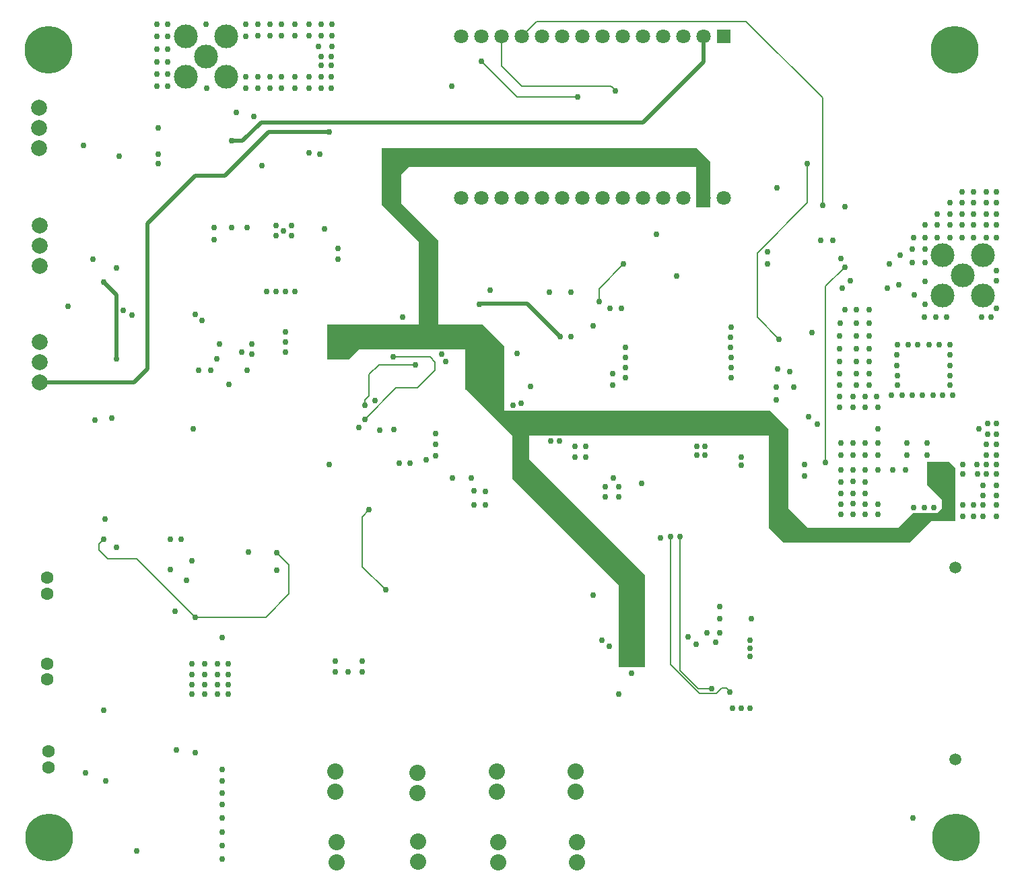
<source format=gbl>
G04*
G04 #@! TF.GenerationSoftware,Altium Limited,Altium Designer,20.1.7 (139)*
G04*
G04 Layer_Physical_Order=4*
G04 Layer_Color=16711680*
%FSLAX25Y25*%
%MOIN*%
G70*
G04*
G04 #@! TF.SameCoordinates,72195594-E7F7-4266-BDA2-BCA36E094617*
G04*
G04*
G04 #@! TF.FilePolarity,Positive*
G04*
G01*
G75*
%ADD14C,0.00600*%
%ADD22C,0.07874*%
%ADD123C,0.02000*%
%ADD126C,0.07087*%
%ADD127R,0.07087X0.07087*%
%ADD128C,0.23622*%
%ADD129C,0.06299*%
%ADD130C,0.05906*%
%ADD131C,0.11811*%
%ADD132C,0.08000*%
%ADD133C,0.03000*%
G36*
X444882Y433071D02*
Y410236D01*
X437795D01*
Y430315D01*
X295669D01*
X291732Y426378D01*
Y412205D01*
X310236Y393701D01*
Y352362D01*
X332283D01*
X342913Y341732D01*
Y309842D01*
X474409D01*
X483465Y300787D01*
X483465Y280709D01*
Y261417D01*
X493307Y251575D01*
X537795D01*
X545276Y259055D01*
X557087D01*
X559449Y261417D01*
Y265748D01*
X552362Y272835D01*
Y284252D01*
X563386D01*
X566142Y281496D01*
Y255118D01*
X554331Y255118D01*
X543701Y244488D01*
X481102D01*
X474016Y251575D01*
X474016Y280709D01*
D01*
Y283407D01*
Y291660D01*
X474016Y291660D01*
Y296744D01*
X474016Y297244D01*
X474016Y298819D01*
X474016Y298819D01*
X474016Y297244D01*
X473516Y297244D01*
X424409D01*
D01*
X355118D01*
Y285827D01*
X412598Y228346D01*
Y182677D01*
X399606D01*
Y223228D01*
X346850Y275984D01*
Y297244D01*
X323622Y320472D01*
Y340158D01*
X270866D01*
X265748Y335039D01*
X255118D01*
Y352362D01*
X300424D01*
X300394Y393307D01*
X282283Y411417D01*
Y439764D01*
X438189D01*
X444882Y433071D01*
D02*
G37*
D14*
X142126Y243706D02*
X144488Y246068D01*
X142126Y240551D02*
Y243706D01*
Y240551D02*
X146457Y236221D01*
X161024D01*
X189764Y207480D01*
X230315Y239370D02*
X236221Y233465D01*
Y218898D02*
Y233465D01*
X224803Y207480D02*
X236221Y218898D01*
X189764Y207480D02*
X224803D01*
X462598Y502362D02*
X500394Y464567D01*
Y411417D02*
Y464567D01*
X358862Y502362D02*
X462598D01*
X298819Y332357D02*
X299606D01*
X280782D02*
X298819D01*
X275984Y327559D02*
X280782Y332357D01*
X299927Y320866D02*
X308661Y329601D01*
X289370Y320866D02*
X299927D01*
X275984Y316929D02*
Y327559D01*
X438976Y172047D02*
X445669D01*
X429921Y181102D02*
X438976Y172047D01*
X452901Y172296D02*
X454724Y170472D01*
X450690Y172296D02*
X452901D01*
X448041Y169647D02*
X450690Y172296D01*
X439408Y169647D02*
X448041D01*
X425197Y183858D02*
X439408Y169647D01*
X429921Y181102D02*
Y247244D01*
X425197Y183858D02*
Y247244D01*
X468110Y355890D02*
X478937Y345063D01*
X468110Y355890D02*
Y387795D01*
X492913Y412598D01*
Y431890D01*
X396457Y469685D02*
X396457D01*
X398031Y468110D01*
X395669Y470472D02*
X396457Y469685D01*
X351500Y470472D02*
X395669D01*
X341500Y480472D02*
X351500Y470472D01*
X341500Y480472D02*
Y495000D01*
X351500D02*
X358862Y502362D01*
X501968Y371260D02*
X511417Y380709D01*
X501968Y283858D02*
Y371260D01*
X389764Y363779D02*
Y370111D01*
X401936Y382283D01*
X349217Y464961D02*
X379134D01*
X331500Y482677D02*
X349217Y464961D01*
X272456Y257115D02*
X275941Y260600D01*
X272456Y232520D02*
Y257115D01*
Y232520D02*
X284110Y220866D01*
X274015Y305511D02*
X289370Y320866D01*
X273997Y314942D02*
X275984Y316929D01*
X273997Y312221D02*
Y314942D01*
X308661Y329601D02*
Y333853D01*
X306299Y336215D02*
X308661Y333853D01*
X287743Y336215D02*
X306299D01*
D22*
X113000Y323815D02*
D03*
Y333815D02*
D03*
Y343815D02*
D03*
X112500Y459815D02*
D03*
Y449815D02*
D03*
Y439815D02*
D03*
X113000Y381315D02*
D03*
Y391315D02*
D03*
Y401315D02*
D03*
D123*
X330709Y362205D02*
X331102Y362598D01*
X354331D01*
X370472Y346457D01*
X441500Y482283D02*
Y495000D01*
X411579Y452362D02*
X441500Y482283D01*
X222441Y452362D02*
X411579D01*
X213386Y443307D02*
X222441Y452362D01*
X208000Y443307D02*
X213386D01*
X226378Y447638D02*
X256299D01*
X204724Y425984D02*
X226378Y447638D01*
X189764Y425984D02*
X204724D01*
X166142Y402362D02*
X189764Y425984D01*
X166142Y330315D02*
Y402362D01*
X159642Y323815D02*
X166142Y330315D01*
X113000Y323815D02*
X159642D01*
X150791Y335433D02*
Y366925D01*
X144488Y373228D02*
X150791Y366925D01*
D126*
X411500Y415000D02*
D03*
X421500D02*
D03*
X451500D02*
D03*
X441500D02*
D03*
X431500D02*
D03*
X401500D02*
D03*
X391500D02*
D03*
X381500D02*
D03*
X371500D02*
D03*
X361500D02*
D03*
X351500D02*
D03*
X341500D02*
D03*
X331500D02*
D03*
X321500D02*
D03*
Y495000D02*
D03*
X331500D02*
D03*
X341500D02*
D03*
X351500D02*
D03*
X361500D02*
D03*
X371500D02*
D03*
X381500D02*
D03*
X391500D02*
D03*
X401500D02*
D03*
X431500D02*
D03*
X441500D02*
D03*
X421500D02*
D03*
X411500D02*
D03*
D127*
X451500D02*
D03*
D128*
X566429Y98425D02*
D03*
X565929Y488500D02*
D03*
X117110D02*
D03*
X117610Y98425D02*
D03*
D129*
X117106Y133063D02*
D03*
Y140937D02*
D03*
X116606Y219063D02*
D03*
Y226937D02*
D03*
Y176563D02*
D03*
Y184437D02*
D03*
D130*
X566130Y232138D02*
D03*
Y136862D02*
D03*
D131*
X185189Y494957D02*
D03*
X205189D02*
D03*
X185189Y474957D02*
D03*
X205189D02*
D03*
X195189Y484957D02*
D03*
X559937Y386547D02*
D03*
X579937D02*
D03*
X559937Y366547D02*
D03*
X579937D02*
D03*
X569937Y376547D02*
D03*
D132*
X378783Y95878D02*
D03*
Y85878D02*
D03*
X259283Y130878D02*
D03*
Y120878D02*
D03*
X299783Y120378D02*
D03*
Y130378D02*
D03*
X339283Y130878D02*
D03*
Y120878D02*
D03*
X378284Y130878D02*
D03*
Y120878D02*
D03*
X259784Y95878D02*
D03*
Y85878D02*
D03*
X300284Y96378D02*
D03*
Y86378D02*
D03*
X339784Y95878D02*
D03*
Y85878D02*
D03*
D133*
X150791Y242126D02*
D03*
X185433Y225590D02*
D03*
X177559Y246068D02*
D03*
X144488D02*
D03*
X145320Y255906D02*
D03*
X370266Y294750D02*
D03*
X365821D02*
D03*
X355906Y321622D02*
D03*
X396457Y322441D02*
D03*
Y327953D02*
D03*
X313779Y333858D02*
D03*
X347244Y312205D02*
D03*
X311811Y337729D02*
D03*
X351327Y313512D02*
D03*
X292520Y355906D02*
D03*
X330709Y362205D02*
D03*
X264152Y340158D02*
D03*
X222835Y431102D02*
D03*
X218898Y455512D02*
D03*
X208000Y443307D02*
D03*
X171653Y449815D02*
D03*
Y431890D02*
D03*
X210260Y457307D02*
D03*
X171653Y436614D02*
D03*
X152300Y435827D02*
D03*
X188732Y300713D02*
D03*
X298819Y332357D02*
D03*
X410972Y273657D02*
D03*
X256338Y283071D02*
D03*
X296260Y283787D02*
D03*
X290945D02*
D03*
X180000Y210236D02*
D03*
X445669Y172047D02*
D03*
X429921Y247244D02*
D03*
X454724Y170472D02*
D03*
X425197Y247244D02*
D03*
X465354Y206693D02*
D03*
X420276Y246850D02*
D03*
X478937Y345063D02*
D03*
X492913Y431890D02*
D03*
X398031Y468110D02*
D03*
X500394Y411417D02*
D03*
X511417Y380709D02*
D03*
X501968Y283858D02*
D03*
X491500Y277319D02*
D03*
Y283071D02*
D03*
X464567Y162453D02*
D03*
X460063D02*
D03*
X455953Y162402D02*
D03*
X387008Y218504D02*
D03*
X335827Y369291D02*
D03*
X394882Y192913D02*
D03*
X391339Y196063D02*
D03*
X545276Y107874D02*
D03*
X399606Y169500D02*
D03*
X405905Y179528D02*
D03*
X438039Y193898D02*
D03*
X434047Y197697D02*
D03*
X410480Y190945D02*
D03*
X408488Y196063D02*
D03*
X401968D02*
D03*
X449606Y206693D02*
D03*
X449522Y212598D02*
D03*
X447685Y195130D02*
D03*
X449522Y199606D02*
D03*
X443307D02*
D03*
X464567Y196063D02*
D03*
Y188000D02*
D03*
Y192126D02*
D03*
X316929Y470472D02*
D03*
X486221Y321260D02*
D03*
X477559Y315142D02*
D03*
Y321260D02*
D03*
X460236Y282687D02*
D03*
Y286736D02*
D03*
X537523Y327165D02*
D03*
X537370Y332061D02*
D03*
X543003Y342520D02*
D03*
X558126D02*
D03*
X559937Y317323D02*
D03*
X555118D02*
D03*
X511417Y359842D02*
D03*
X517323D02*
D03*
X523622D02*
D03*
X509331Y353015D02*
D03*
X517323Y352898D02*
D03*
X523622Y353015D02*
D03*
X509055Y346850D02*
D03*
X517323D02*
D03*
X523622D02*
D03*
X509055Y340269D02*
D03*
X517323D02*
D03*
X523622D02*
D03*
X509055Y334039D02*
D03*
X517323D02*
D03*
X523622D02*
D03*
X509055Y328124D02*
D03*
X517323D02*
D03*
X523622D02*
D03*
Y322228D02*
D03*
X517323D02*
D03*
X509055D02*
D03*
Y316535D02*
D03*
X515524D02*
D03*
X521654D02*
D03*
X527179D02*
D03*
X528009Y311205D02*
D03*
X521654D02*
D03*
X515524D02*
D03*
X509055D02*
D03*
X586614Y360475D02*
D03*
X586473Y374025D02*
D03*
Y379049D02*
D03*
X583858Y356000D02*
D03*
X579325D02*
D03*
X561937D02*
D03*
X556496D02*
D03*
X550754D02*
D03*
X551072Y362453D02*
D03*
X551378Y373561D02*
D03*
X533418Y382283D02*
D03*
X538742Y386547D02*
D03*
X544882Y383084D02*
D03*
Y389539D02*
D03*
X551378Y383084D02*
D03*
Y389539D02*
D03*
X545397Y395276D02*
D03*
X551378D02*
D03*
Y401575D02*
D03*
X557087Y395276D02*
D03*
Y401575D02*
D03*
Y407087D02*
D03*
X563400Y395276D02*
D03*
Y401575D02*
D03*
Y407087D02*
D03*
X563439Y412598D02*
D03*
X569500Y395276D02*
D03*
Y401575D02*
D03*
Y407087D02*
D03*
Y412598D02*
D03*
X575372Y395276D02*
D03*
Y401575D02*
D03*
Y407087D02*
D03*
Y412598D02*
D03*
X581496Y395276D02*
D03*
Y401575D02*
D03*
Y407087D02*
D03*
Y412598D02*
D03*
X586473Y395276D02*
D03*
Y401575D02*
D03*
Y407087D02*
D03*
X586614Y412598D02*
D03*
X586473Y418110D02*
D03*
X581496D02*
D03*
X575372D02*
D03*
X569500D02*
D03*
X509449Y258342D02*
D03*
Y263469D02*
D03*
Y268701D02*
D03*
Y274453D02*
D03*
Y280478D02*
D03*
Y287795D02*
D03*
Y293663D02*
D03*
X515524Y258268D02*
D03*
Y263531D02*
D03*
Y268701D02*
D03*
Y274541D02*
D03*
Y280478D02*
D03*
Y287795D02*
D03*
Y293663D02*
D03*
X563526Y342520D02*
D03*
X553138D02*
D03*
X547514D02*
D03*
X537523D02*
D03*
X563526Y337316D02*
D03*
X537370D02*
D03*
X563526Y332061D02*
D03*
X582339Y298143D02*
D03*
Y303319D02*
D03*
X581496Y292913D02*
D03*
Y287795D02*
D03*
Y278346D02*
D03*
Y283071D02*
D03*
X586473Y287795D02*
D03*
Y292913D02*
D03*
Y298143D02*
D03*
Y303319D02*
D03*
Y257394D02*
D03*
X579952D02*
D03*
X575242D02*
D03*
X569937D02*
D03*
X575242Y262918D02*
D03*
X586473D02*
D03*
X579952D02*
D03*
X569937D02*
D03*
X586473Y267758D02*
D03*
X579937D02*
D03*
X586473Y272718D02*
D03*
X579937Y272811D02*
D03*
X555724Y261754D02*
D03*
X550844D02*
D03*
X545397D02*
D03*
X586473Y278346D02*
D03*
X577122D02*
D03*
X569937D02*
D03*
X586473Y283101D02*
D03*
X576992D02*
D03*
X569937D02*
D03*
X552211Y287795D02*
D03*
X552362Y293663D02*
D03*
X563439Y327165D02*
D03*
X563400Y322228D02*
D03*
X537398D02*
D03*
X498032Y303150D02*
D03*
X564961Y317323D02*
D03*
X550000D02*
D03*
X544882D02*
D03*
X539764D02*
D03*
X534646D02*
D03*
X527998Y300524D02*
D03*
X542095Y293663D02*
D03*
Y287795D02*
D03*
X527998D02*
D03*
Y293663D02*
D03*
X521654D02*
D03*
Y287795D02*
D03*
X541617Y280478D02*
D03*
X535104D02*
D03*
X527998D02*
D03*
X521654D02*
D03*
Y274453D02*
D03*
Y268701D02*
D03*
X527998Y263469D02*
D03*
X521654D02*
D03*
X527998Y258268D02*
D03*
X521654D02*
D03*
X538189Y372047D02*
D03*
X514080Y374046D02*
D03*
X510268Y370472D02*
D03*
X532526D02*
D03*
X558661Y278346D02*
D03*
X561937Y281951D02*
D03*
X555118Y281855D02*
D03*
X478083Y330293D02*
D03*
X484307Y328931D02*
D03*
X495331Y348222D02*
D03*
X546000Y367063D02*
D03*
X577811Y300524D02*
D03*
X493720Y306693D02*
D03*
X478500Y296768D02*
D03*
X481496Y292126D02*
D03*
X476378D02*
D03*
X257357Y469291D02*
D03*
Y474957D02*
D03*
Y480626D02*
D03*
X252362Y484957D02*
D03*
X257357D02*
D03*
X257480Y490173D02*
D03*
Y495257D02*
D03*
Y501181D02*
D03*
X252362Y469291D02*
D03*
Y474957D02*
D03*
Y480626D02*
D03*
X250787Y490173D02*
D03*
X252362Y495257D02*
D03*
Y501181D02*
D03*
X246063Y469291D02*
D03*
X239370D02*
D03*
X246063Y474957D02*
D03*
X239370D02*
D03*
X246063Y495257D02*
D03*
Y501181D02*
D03*
X239370Y495257D02*
D03*
Y501181D02*
D03*
X232677Y469291D02*
D03*
Y474957D02*
D03*
Y495257D02*
D03*
Y501181D02*
D03*
X226772Y469291D02*
D03*
Y474957D02*
D03*
Y495257D02*
D03*
Y501181D02*
D03*
X220866Y469291D02*
D03*
Y474957D02*
D03*
Y495257D02*
D03*
Y501181D02*
D03*
X214961Y469291D02*
D03*
Y474957D02*
D03*
Y494957D02*
D03*
Y501181D02*
D03*
X195583Y469291D02*
D03*
X195189Y501181D02*
D03*
X176181D02*
D03*
Y494957D02*
D03*
Y488588D02*
D03*
Y482455D02*
D03*
Y476378D02*
D03*
Y470472D02*
D03*
X170866D02*
D03*
Y476378D02*
D03*
Y482455D02*
D03*
Y488588D02*
D03*
Y494957D02*
D03*
Y501181D02*
D03*
X418110Y397000D02*
D03*
X511417Y410630D02*
D03*
X505512Y394094D02*
D03*
X499606D02*
D03*
X509449Y385039D02*
D03*
X389764Y363779D02*
D03*
X401936Y382283D02*
D03*
X477953Y420079D02*
D03*
X379134Y464961D02*
D03*
X331500Y482677D02*
D03*
X473228Y382283D02*
D03*
Y388189D02*
D03*
X387008Y351575D02*
D03*
X428346Y376378D02*
D03*
X375984Y368504D02*
D03*
X365354D02*
D03*
X455118Y351000D02*
D03*
X454953Y346000D02*
D03*
Y341000D02*
D03*
X455118Y336000D02*
D03*
Y331000D02*
D03*
Y326165D02*
D03*
X402756Y325984D02*
D03*
Y331000D02*
D03*
Y336000D02*
D03*
Y340945D02*
D03*
X395276Y360236D02*
D03*
X400787D02*
D03*
X349213Y338016D02*
D03*
X375984Y346457D02*
D03*
X370472D02*
D03*
X259212Y185525D02*
D03*
X272456D02*
D03*
Y180485D02*
D03*
X265681D02*
D03*
X259283D02*
D03*
X189764Y140354D02*
D03*
X396850Y276500D02*
D03*
X399606Y266929D02*
D03*
X392913D02*
D03*
X399606Y272047D02*
D03*
X392913D02*
D03*
X438189Y287795D02*
D03*
X442126Y292044D02*
D03*
Y287795D02*
D03*
X438189Y292044D02*
D03*
X383071Y286736D02*
D03*
X377953D02*
D03*
X383071Y292044D02*
D03*
X377953D02*
D03*
X418898Y299606D02*
D03*
X414370D02*
D03*
X423228D02*
D03*
X414370Y303937D02*
D03*
X418898D02*
D03*
X278807Y314567D02*
D03*
X288189Y300394D02*
D03*
X281102Y300000D02*
D03*
X264173Y344882D02*
D03*
Y349606D02*
D03*
X258661Y340158D02*
D03*
Y344882D02*
D03*
Y349606D02*
D03*
X160807Y91613D02*
D03*
X203150Y87795D02*
D03*
Y94488D02*
D03*
Y101181D02*
D03*
Y107874D02*
D03*
Y114567D02*
D03*
Y120378D02*
D03*
Y126378D02*
D03*
Y131890D02*
D03*
X251575Y436614D02*
D03*
X246063Y437402D02*
D03*
X215512Y329842D02*
D03*
X180709Y141732D02*
D03*
X126772Y361417D02*
D03*
X139370Y384551D02*
D03*
X256299Y447638D02*
D03*
X140157Y305118D02*
D03*
X150791Y335433D02*
D03*
X148626Y305906D02*
D03*
X150791Y380390D02*
D03*
X134646Y440945D02*
D03*
X144488Y373228D02*
D03*
X158661Y357087D02*
D03*
X154331Y359498D02*
D03*
X206299Y169322D02*
D03*
X200787D02*
D03*
X194453D02*
D03*
X188189D02*
D03*
X206299Y173937D02*
D03*
X200787D02*
D03*
X194453D02*
D03*
X188189D02*
D03*
X206299Y179134D02*
D03*
X200787D02*
D03*
X194453D02*
D03*
X188189D02*
D03*
X206299Y184335D02*
D03*
X200787Y184437D02*
D03*
X194453D02*
D03*
X188189D02*
D03*
X145669Y126378D02*
D03*
X260507Y384548D02*
D03*
Y389876D02*
D03*
X253937Y399606D02*
D03*
X233567Y398827D02*
D03*
X237432Y396256D02*
D03*
X229921D02*
D03*
X237432Y401453D02*
D03*
X229921D02*
D03*
X239094Y368653D02*
D03*
X234405D02*
D03*
X229921D02*
D03*
X225378D02*
D03*
X215512Y400394D02*
D03*
X208000D02*
D03*
X199213Y394500D02*
D03*
Y400394D02*
D03*
X212992Y338583D02*
D03*
X201969Y342634D02*
D03*
X217849Y337815D02*
D03*
Y342634D02*
D03*
X193388Y354445D02*
D03*
X189764Y357347D02*
D03*
X234646Y338583D02*
D03*
Y343730D02*
D03*
Y348539D02*
D03*
X287743Y336215D02*
D03*
X274015Y305511D02*
D03*
X273997Y312221D02*
D03*
X200394Y335433D02*
D03*
X206693Y322835D02*
D03*
X197441Y329685D02*
D03*
X191535D02*
D03*
X135498Y130313D02*
D03*
X144488Y161417D02*
D03*
X203150Y197244D02*
D03*
X188189Y235433D02*
D03*
X177559Y230906D02*
D03*
X183020Y246068D02*
D03*
X216142Y239764D02*
D03*
X230315Y230709D02*
D03*
X270866Y301295D02*
D03*
X333465Y263000D02*
D03*
Y269815D02*
D03*
X327807Y263000D02*
D03*
Y270005D02*
D03*
X326693Y276500D02*
D03*
X317323D02*
D03*
X284110Y220866D02*
D03*
X275941Y260600D02*
D03*
X308906Y298202D02*
D03*
Y292913D02*
D03*
Y287327D02*
D03*
X304100Y285339D02*
D03*
X230315Y239370D02*
D03*
X189764Y207480D02*
D03*
M02*

</source>
